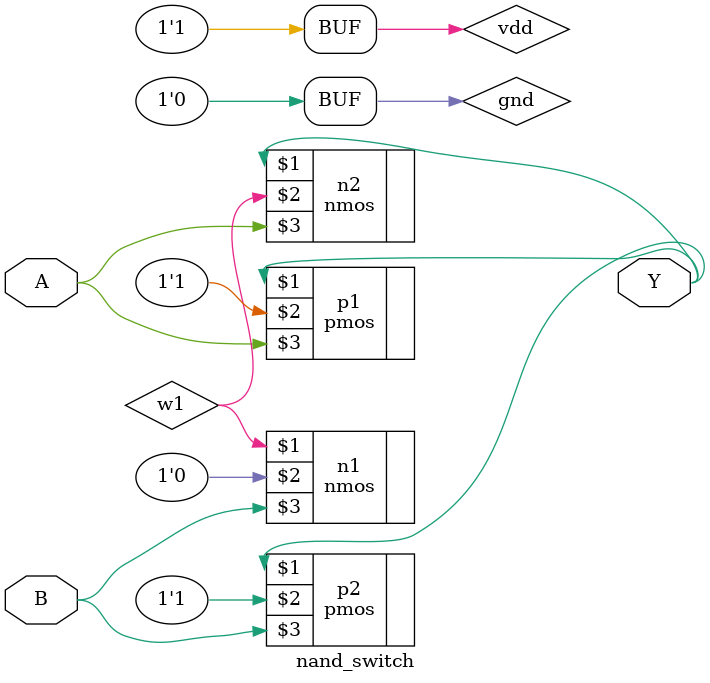
<source format=v>
`timescale 1ns / 1ps


module nand_switch(output Y, input A, B);

  supply1 vdd; 
  supply0 gnd; 
  wire w1;

  
  pmos p1(Y, vdd, A);  
  pmos p2(Y, vdd, B);  

  
  nmos n1(w1, gnd, B); 
  nmos n2(Y, w1, A);  
endmodule

  

</source>
